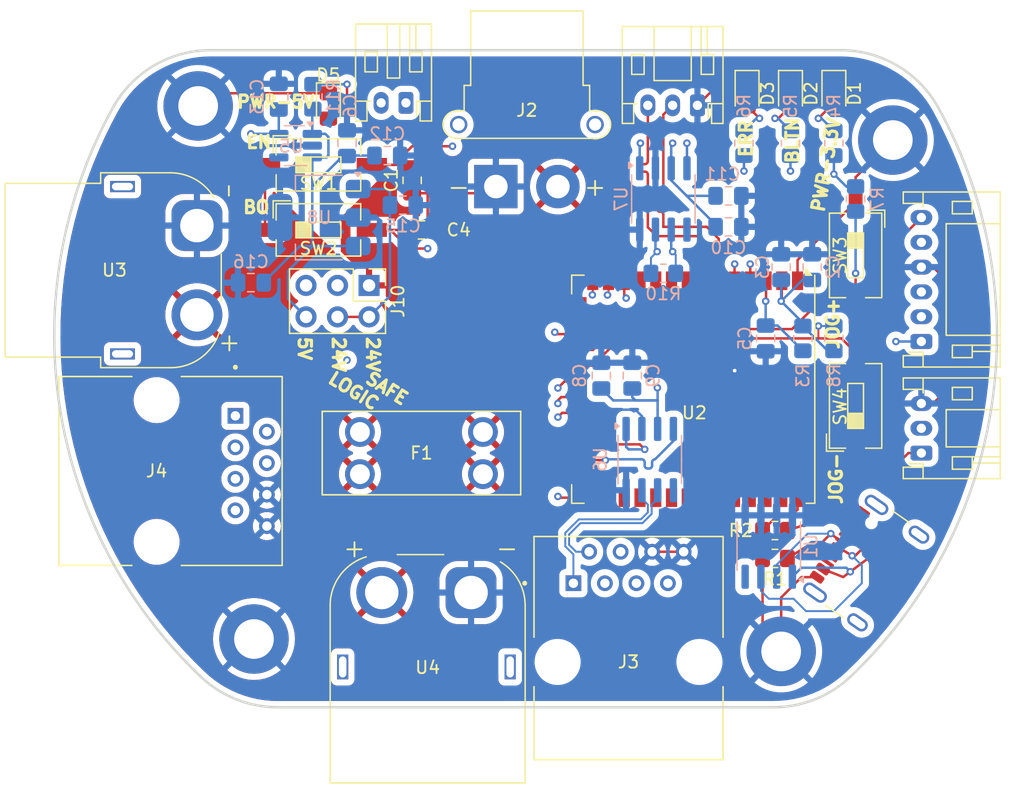
<source format=kicad_pcb>
(kicad_pcb (version 20240108) (generator "pcbnew") (generator_version "8.0")
  (layers (0 "F.Cu" signal) (1 "In1.Cu" signal) (2 "In2.Cu" signal) (31 "B.Cu" signal) (34 "B.Paste" user) (35 "F.Paste" user) (36 "B.SilkS" user "B.Silkscreen") (37 "F.SilkS" user "F.Silkscreen") (38 "B.Mask" user) (39 "F.Mask" user) (44 "Edge.Cuts" user))
  (net 0 "")
  (net 1 "GND")
  (net 2 "EN_PB")
  (net 3 "+3.3V")
  (net 4 "GPIO_0")
  (net 5 "Jog+")
  (net 6 "Jog-")
  (net 7 "Net-(D1-A)")
  (net 8 "Net-(D2-A)")
  (net 9 "Net-(D3-A)")
  (net 10 "+24V")
  (net 11 "+24V_safe")
  (net 13 "USB_P")
  (net 14 "+5V")
  (net 15 "Net-(J1-CC2)")
  (net 17 "USB_N")
  (net 18 "Net-(J1-CC1)")
  (net 22 "+24V_Logic")
  (net 25 "TX_M")
  (net 26 "RX_M")
  (net 27 "LED_BUILTIN")
  (net 28 "LED_ERR")
  (net 35 "RXC")
  (net 38 "Net-(J10-Pin_2)")
  (net 39 "+5V_USB")
  (net 42 "TXC")
  (net 45 "Enco_Pot")
  (net 48 "RXC_M")
  (net 49 "CUI_MOSI")
  (net 54 "TXC_M")
  (net 58 "CUI_MISO")
  (net 59 "CUI_CS")
  (net 60 "CUI_SCLK")
  (net 61 "Net-(D5-A)")
  (net 66 "CAN-")
  (net 67 "CAN+")
  (net 68 "CAN_M-")
  (net 69 "CAN_M+")
  (footprint "LED_SMD:LED_0805_2012Metric_Pad1.15x1.40mm_HandSolder" (layer "F.Cu") (at 91.75 65 -90)
    (property "Reference" "D2")
    (property "Value" "B")
  )
  (footprint "Connector_JST:JST_PH_S6B-PH-K_1x06_P2.00mm_Horizontal" (layer "F.Cu") (at 102.3 85 90)
    (property "Reference" "J9" (hide yes))
    (property "Value" "Conn_01x06")
  )
  (footprint "MountingHole:MountingHole_3.2mm_M3_DIN965_Pad_TopBottom" (layer "F.Cu") (at 91 110)
    (property "Reference" "H4" (hide yes))
    (property "Value" "MountingHole_Pad")
  )
  (footprint "Resistor_SMD:R_0805_2012Metric_Pad1.20x1.40mm_HandSolder" (layer "F.Cu") (at 90.5 100.25 180)
    (property "Reference" "R2")
    (property "Value" "5.1k")
  )
  (footprint "Button_Switch_SMD:SW_DIP_SPSTx01_Slide_6.7x4.1mm_W8.61mm_P2.54mm_LowProfile" (layer "F.Cu") (at 53.695 76)
    (property "Reference" "SW2")
    (property "Value" "TS09-63-25-WT-160-SMT-TR")
  )
  (footprint "Connector_PinHeader_2.54mm:PinHeader_2x03_P2.54mm_Vertical" (layer "F.Cu") (at 57.775 80.475 -90)
    (property "Reference" "J10")
    (property "Value" "Jumper PWR")
  )
  (footprint "LED_SMD:LED_0805_2012Metric_Pad1.15x1.40mm_HandSolder" (layer "F.Cu") (at 54.5 66 -90)
    (property "Reference" "D5")
    (property "Value" "B")
  )
  (footprint "RoverFootprint:AMASS_XT60PW-F_1x02_P7.20mm_Horizontal" (layer "F.Cu") (at 43.9 75.65 90)
    (property "Reference" "U3")
    (property "Value" "XT60PM-F")
  )
  (footprint "Button_Switch_SMD:SW_DIP_SPSTx01_Slide_6.7x4.1mm_W8.61mm_P2.54mm_LowProfile" (layer "F.Cu") (at 97 78.055 -90)
    (property "Reference" "SW3")
    (property "Value" "TS09-63-25-WT-160-SMT-TR")
  )
  (footprint "MountingHole:MountingHole_3.2mm_M3_DIN965_Pad_TopBottom" (layer "F.Cu") (at 48.5 109)
    (property "Reference" "H2" (hide yes))
    (property "Value" "MountingHole_Pad")
  )
  (footprint "Connector_JST:JST_PH_S2B-PH-K_1x02_P2.00mm_Horizontal" (layer "F.Cu") (at 60.75 65.75 180)
    (property "Reference" "J6" (hide yes))
    (property "Value" "Conn_01x02")
  )
  (footprint "RoverFootprint:AMASS_XT60PW-M_1x02_P7.20mm_Horizontal" (layer "F.Cu") (at 66 105.25 180)
    (property "Reference" "U4")
    (property "Value" "XT60PW-M")
  )
  (footprint "RF_Module:ESP32-S3-WROOM-1U" (layer "F.Cu") (at 83.91 88.85 -90)
    (property "Reference" "U2")
    (property "Value" "ESP32-S3-WROVER")
  )
  (footprint "Button_Switch_SMD:SW_DIP_SPSTx01_Slide_6.7x4.1mm_W8.61mm_P2.54mm_LowProfile" (layer "F.Cu") (at 97 90.195 90)
    (property "Reference" "SW4")
    (property "Value" "TS09-63-25-WT-160-SMT-TR")
  )
  (footprint "Button_Switch_SMD:SW_DIP_SPSTx01_Slide_6.7x4.1mm_W8.61mm_P2.54mm_LowProfile" (layer "F.Cu") (at 53.695 70.75)
    (property "Reference" "SW1")
    (property "Value" "TS09-63-25-WT-160-SMT-TR")
  )
  (footprint "RoverFootprint:FUSE_3568-20" (layer "F.Cu") (at 62 94 180)
    (property "Reference" "F1")
    (property "Value" "FuseHolder")
  )
  (footprint "LED_SMD:LED_0805_2012Metric_Pad1.15x1.40mm_HandSolder" (layer "F.Cu") (at 95.25 65 -90)
    (property "Reference" "D1")
    (property "Value" "G")
  )
  (footprint "RoverFootprint:Ethernet_Horizontal" (layer "F.Cu") (at 40.650001 95.445 -90)
    (property "Reference" "J4")
    (property "Value" "Eth-Horiz")
  )
  (footprint "Connector_USB:USB_C_Receptacle_GCT_USB4105-xx-A_16P_TopMnt_Horizontal" (layer "F.Cu") (at 98.75 103.5 55)
    (property "Reference" "J1" (hide yes))
    (property "Value" "USB_C_USB4105-GF-A")
  )
  (footprint "Connector_JST:JST_PH_S3B-PH-K_1x03_P2.00mm_Horizontal" (layer "F.Cu") (at 102.3 94 90)
    (property "Reference" "J8" (hide yes))
    (property "Value" "Conn_01x03")
  )
  (footprint "MountingHole:MountingHole_3.2mm_M3_DIN965_Pad_TopBottom" (layer "F.Cu") (at 44 66)
    (property "Reference" "H3" (hide yes))
    (property "Value" "MountingHole_Pad")
  )
  (footprint "RoverFootprint:AMASS_XT30PW-F_1x02_P2.50mm_Horizontal" (layer "F.Cu") (at 68 72.5)
    (property "Reference" "J2")
    (property "Value" "XT30PW-F")
  )
  (footprint "Connector_JST:JST_PH_S3B-PH-K_1x03_P2.00mm_Horizontal" (layer "F.Cu") (at 84.25 65.95 180)
    (property "Reference" "J5" (hide yes))
    (property "Value" "Conn_01x03")
  )
  (footprint "LED_SMD:LED_0805_2012Metric_Pad1.15x1.40mm_HandSolder" (layer "F.Cu") (at 88.25 65 -90)
    (property "Reference" "D3")
    (property "Value" "B")
  )
  (footprint "RoverFootprint:Ethernet_Horizontal" (layer "F.Cu") (at 78.695 110.85)
    (property "Reference" "J3")
    (property "Value" "Eth-Horiz")
  )
  (footprint "Resistor_SMD:R_0805_2012Metric_Pad1.20x1.40mm_HandSolder" (layer "F.Cu") (at 90.5 102.5 180)
    (property "Reference" "R1")
    (property "Value" "5.1k")
  )
  (footprint "MountingHole:MountingHole_3.2mm_M3_DIN965_Pad_TopBottom" (layer "F.Cu") (at 100 68.75)
    (property "Reference" "H1" (hide yes))
    (property "Value" "MountingHole_Pad")
  )
  (footprint "Capacitor_SMD:C_0805_2012Metric_Pad1.18x1.45mm_HandSolder" (layer "F.Cu") (at 61.25 72 90)
    (property "Reference" "C1")
    (property "Value" "100nF")
  )
  (footprint "Capacitor_SMD:C_0805_2012Metric_Pad1.18x1.45mm_HandSolder" (layer "F.Cu") (at 62 76 180)
    (property "Reference" "C4")
    (property "Value" "100nF")
  )
  (footprint "Resistor_SMD:R_0805_2012Metric_Pad1.20x1.40mm_HandSolder" (layer "B.Cu") (at 92.75 84.75 -90)
    (property "Reference" "R3")
    (property "Value" "10k")
  )
  (footprint "Capacitor_SMD:C_0805_2012Metric_Pad1.18x1.45mm_HandSolder" (layer "B.Cu") (at 60.5 74)
    (property "Reference" "C15")
    (property "Value" "220nF")
  )
  (footprint "Capacitor_SMD:C_0805_2012Metric_Pad1.18x1.45mm_HandSolder" (layer "B.Cu") (at 93.5 79 90)
    (property "Reference" "C2")
    (property "Value" "22uF")
  )
  (footprint "Capacitor_SMD:C_0805_2012Metric_Pad1.18x1.45mm_HandSolder" (layer "B.Cu") (at 91 79 90)
    (property "Reference" "C3")
    (property "Value" "100nF")
  )
  (footprint "Capacitor_SMD:C_0805_2012Metric_Pad1.18x1.45mm_HandSolder" (layer "B.Cu") (at 50.5 65.25 90)
    (property "Reference" "C13")
    (property "Value" "10uF")
  )
  (footprint "Resistor_SMD:R_0805_2012Metric_Pad1.20x1.40mm_HandSolder" (layer "B.Cu") (at 95.25 69 90)
    (property "Reference" "R4")
    (property "Value" "1k")
  )
  (footprint "Capacitor_SMD:C_0805_2012Metric_Pad1.18x1.45mm_HandSolder" (layer "B.Cu") (at 48.25 80.25 180)
    (property "Reference" "C16")
    (property "Value" "100nF")
  )
  (footprint "Capacitor_SMD:C_0805_2012Metric_Pad1.18x1.45mm_HandSolder" (layer "B.Cu") (at 79 87.75 90)
    (property "Reference" "C9")
    (property "Value" "100nF")
  )
  (footprint "Resistor_SMD:R_0805_2012Metric_Pad1.20x1.40mm_HandSolder" (layer "B.Cu") (at 81.5 79.5)
    (property "Reference" "R10")
    (property "Value" "121")
  )
  (footprint "Resistor_SMD:R_0805_2012Metric_Pad1.20x1.40mm_HandSolder" (layer "B.Cu") (at 95.25 84.75 90)
    (property "Reference" "R8")
    (property "Value" "10k")
  )
  (footprint "Capacitor_SMD:C_0805_2012Metric_Pad1.18x1.45mm_HandSolder" (layer "B.Cu") (at 59.25 70)
    (property "Reference" "C12")
    (property "Value" "10uF")
  )
  (footprint "Package_TO_SOT_SMD:SOT-223-3_TabPin2" (layer "B.Cu") (at 53.75 75 180)
    (property "Reference" "U8")
    (property "Value" "LDO-LM7805MPX/NOPB")
  )
  (footprint "Resistor_SMD:R_0805_2012Metric_Pad1.20x1.40mm_HandSolder" (layer "B.Cu") (at 88 69 90)
    (property "Reference" "R6")
    (property "Value" "1K")
  )
  (footprint "Package_SO:SOIC-8_3.9x4.9mm_P1.27mm" (layer "B.Cu") (at 80.405 94.525 -90)
    (property "Reference" "U6")
    (property "Value" "SN65HVD232")
  )
  (footprint "Package_SO:SOIC-8_3.9x4.9mm_P1.27mm" (layer "B.Cu") (at 90 101.5 90)
    (property "Reference" "U1")
    (property "Value" "TVS-SMDB03CE3")
  )
  (footprint "Package_TO_SOT_SMD:SOT-23-5_HandSoldering" (layer "B.Cu") (at 51.85 69.2 180)
    (property "Reference" "U5")
    (property "Value" "LDO-TLV74033PDBVR")
  )
  (footprint "Capacitor_SMD:C_0805_2012Metric_Pad1.18x1.45mm_HandSolder" (layer "B.Cu") (at 56 69 90)
    (property "Reference" "C6")
    (property "Value" "100nF")
  )
  (footprint "Resistor_SMD:R_0805_2012Metric_Pad1.20x1.40mm_HandSolder" (layer "B.Cu") (at 97 73.5 -90)
    (property "Reference" "R7")
    (property "Value" "10k")
  )
  (footprint "Capacitor_SMD:C_0805_2012Metric_Pad1.18x1.45mm_HandSolder" (layer "B.Cu") (at 86.75 73.25)
    (property "Reference" "C11")
    (property "Value" "100nF")
  )
  (footprint "Capacitor_SMD:C_0805_2012Metric_Pad1.18x1.45mm_HandSolder" (layer "B.Cu") (at 86.75 75.75)
    (property "Reference" "C10")
    (property "Value" "10uF")
  )
  (footprint "Capacitor_SMD:C_0805_2012Metric_Pad1.18x1.45mm_HandSolder" (layer "B.Cu") (at 76.5 87.75 90)
    (property "Reference" "C8")
    (property "Value" "10uF")
  )
  (footprint "Resistor_SMD:R_0805_2012Metric_Pad1.20x1.40mm_HandSolder" (layer "B.Cu") (at 91.75 69 90)
    (property "Reference" "R5")
    (property "Value" "1k")
  )
  (footprint "Resistor_SMD:R_0805_2012Metric_Pad1.20x1.40mm_HandSolder" (layer "B.Cu") (at 53.25 65.25 90)
    (property "Reference" "R11")
    (property "Value" "1k")
  )
  (footprint "Package_SO:SOIC-8_3.9x4.9mm_P1.27mm" (layer "B.Cu") (at 81.5 73.5 -90)
    (property "Reference" "U7")
    (property "Value" "SN65HVD232")
  )
  (footprint "Capacitor_SMD:C_0805_2012Metric_Pad1.18x1.45mm_HandSolder" (layer "B.Cu") (at 89.75 84.75 -90)
    (property "Reference" "C5")
    (property "Value" "1uF")
  )
  (gr_line (start 45 61.5) (end 95.79372 61.5) (stroke (width 0.2)) (layer "Edge.Cuts"))
  (gr_arc (start 95.79372 61.5) (mid 100.370632 62.750701) (end 103.675483 66.155172) (stroke (width 0.2)) (layer "Edge.Cuts"))
  (gr_arc (start 44.189955 112.017241) (mid 32.840702 90.290997) (end 37.11822 66.155172) (stroke (width 0.2)) (layer "Edge.Cuts"))
  (gr_arc (start 96.603748 112.017241) (mid 93.739369 113.8563) (end 90.396851 114.5) (stroke (width 0.2)) (layer "Edge.Cuts"))
  (gr_line (start 50.39685 114.5) (end 90.396851 114.5) (stroke (width 0.2)) (layer "Edge.Cuts"))
  (gr_arc (start 103.675483 66.155172) (mid 107.953001 90.290997) (end 96.603748 112.017241) (stroke (width 0.2)) (layer "Edge.Cuts"))
  (gr_arc (start 50.39685 114.5) (mid 47.054335 113.85629) (end 44.189955 112.017241) (stroke (width 0.2)) (layer "Edge.Cuts"))
  (gr_arc (start 37.11822 66.155172) (mid 40.423072 62.750696) (end 45 61.5) (stroke (width 0.2)) (layer "Edge.Cuts"))
  (gr_text "24V" (at 54.75 84.5 270) (layer "F.SilkS") (effects (font (size 1 1) (thickness 0.25) (bold yes)) (justify left bottom)))
  (gr_text "BLTN" (at 92.5 70.75 90) (layer "F.SilkS") (effects (font (size 1 1) (thickness 0.25) (bold yes)) (justify left bottom)))
  (gr_text "ERR" (at 88.75 70.25 90) (layer "F.SilkS") (effects (font (size 1 1) (thickness 0.25) (bold yes)) (justify left bottom)))
  (gr_text "PWR-5V" (at 47 66.25 0) (layer "F.SilkS") (effects (font (size 1 1) (thickness 0.25) (bold yes)) (justify left bottom)))
  (gr_text "BO" (at 47.5 74.75 0) (layer "F.SilkS") (effects (font (size 1 1) (thickness 0.25) (bold yes)) (justify left bottom)))
  (gr_text "JOG-" (at 96 98.25 90) (layer "F.SilkS") (effects (font (size 1 1) (thickness 0.25) (bold yes)) (justify left bottom)))
  (gr_text "SAFE" (at 57.25 88.25 328) (layer "F.SilkS") (effects (font (size 1 1) (thickness 0.25) (bold yes)) (justify left bottom)))
  (gr_text "JOG+" (at 95.75 85.75 90) (layer "F.SilkS") (effects (font (size 1 1) (thickness 0.25) (bold yes)) (justify left bottom)))
  (gr_text "EN" (at 47.75 69.5 0) (layer "F.SilkS") (effects (font (size 1 1) (thickness 0.25) (bold yes)) (justify left bottom)))
  (gr_text "5V" (at 52 84.5 -90) (layer "F.SilkS") (effects (font (size 1 1) (thickness 0.25) (bold yes)) (justify left bottom)))
  (gr_text "24V" (at 57.5 84.5 270) (layer "F.SilkS") (effects (font (size 1 1) (thickness 0.25) (bold yes)) (justify left bottom)))
  (gr_text "LOGIC" (at 54.25 88.25 328) (layer "F.SilkS") (effects (font (size 1 1) (thickness 0.25) (bold yes)) (justify left bottom)))
  (gr_text "PWR-3.3V" (at 94.5 74.75 80) (layer "F.SilkS") (effects (font (size 1 1) (thickness 0.25) (bold yes)) (justify left bottom)))
  (segment (start 92.634113 104.010525) (end 91 105.644638) (width 0.2) (layer "F.Cu") (net 1))
  (segment (start 48.75 70.75) (end 44 66) (width 0.2) (layer "F.Cu") (net 1))
  (segment (start 61.25 73.0375) (end 62.5 73.0375) (width 0.2) (layer "F.Cu") (net 1))
  (segment (start 104 79.75) (end 104 89.25) (width 0.2) (layer "F.Cu") (net 1))
  (segment (start 92.32 98.55) (end 91.87 99) (width 0.2) (layer "F.Cu") (net 1))
  (segment (start 103.25 90) (end 102.3 90) (width 0.2) (layer "F.Cu") (net 1))
  (segment (start 91 105.644638) (end 91 110) (width 0.2) (layer "F.Cu") (net 1))
  (segment (start 87.25 87.35) (end 84.6 87.35) (width 0.2) (layer "F.Cu") (net 1))
  (segment (start 62.5 75.4625) (end 63.0375 76) (width 0.2) (layer "F.Cu") (net 1))
  (segment (start 102.3 90) (end 99.75 90) (width 0.2) (layer "F.Cu") (net 1))
  (segment (start 49.837545 107.662455) (end 48.5 109) (width 0.2) (layer "F.Cu") (net 1))
  (segment (start 89.5 102.5) (end 89.5 108.5) (width 0.2) (layer "F.Cu") (net 1))
  (segment (start 80.6 101.96) (end 83.14 101.96) (width 0.2) (layer "F.Cu") (net 1))
  (segment (start 90.75 99) (end 89.5 100.25) (width 0.2) (layer "F.Cu") (net 1))
  (segment (start 83.14 101.96) (end 91 109.82) (width 0.2) (layer "F.Cu") (net 1))
  (segment (start 91 109.82) (end 91 110) (width 0.2) (layer "F.Cu") (net 1))
  (segment (start 93.900075 104.010525) (end 92.634113 104.010525) (width 0.2) (layer "F.Cu") (net 1))
  (segment (start 67.4625 73.0375) (end 68 72.5) (width 0.2) (layer "F.Cu") (net 1))
  (segment (start 88.25 63.975) (end 86.225 63.975) (width 0.2) (layer "F.Cu") (net 1))
  (segment (start 92.32 78.43) (end 92.32 80.1) (width 0.2) (layer "F.Cu") (net 1))
  (segment (start 91.75 63.975) (end 95.25 63.975) (width 0.2) (layer "F.Cu") (net 1))
  (segment (start 95.25 63.975) (end 95.25 64) (width 0.2) (layer "F.Cu") (net 1))
  (segment (start 61.25 73.0375) (end 67.4625 73.0375) (width 0.2) (layer "F.Cu") (net 1))
  (segment (start 92.32 97.6) (end 96.6 97.6) (width 0.2) (layer "F.Cu") (net 1))
  (segment (start 92.32 97.6) (end 92.32 98.55) (width 0.2) (layer "F.Cu") (net 1))
  (segment (start 102 68.75) (end 100 68.75) (width 0.2) (layer "F.Cu") (net 1))
  (segment (start 104 89.25) (end 103.25 90) (width 0.2) (layer "F.Cu") (net 1))
  (segment (start 97 73.75) (end 92.32 78.43) (width 0.2) (layer "F.Cu") (net 1))
  (segment (start 96.75 97.75) (end 96.75 97.946987) (width 0.2) (layer "F.Cu") (net 1))
  (segment (start 49.39 76) (end 49.39 70.75) (width 0.2) (layer "F.Cu") (net 1))
  (segment (start 96.75 97.946987) (end 97.570965 98.767952) (width 0.2) (layer "F.Cu") (net 1))
  (segment (start 91.87 99) (end 90.75 99) (width 0.2) (layer "F.Cu") (net 1))
  (segment (start 102.3 79) (end 103.25 79) (width 0.2) (layer "F.Cu") (net 1))
  (segment (start 89.5 108.5) (end 91 110) (width 0.2) (layer "F.Cu") (net 1))
  (segment (start 86.225 63.975) (end 84.25 65.95) (width 0.2) (layer "F.Cu") (net 1))
  (segment (start 97 73.75) (end 97 71.75) (width 0.2) (layer "F.Cu") (net 1))
  (segment (start 97 92.75) (end 97 94.5) (width 0.2) (layer "F.Cu") (net 1))
  (segment (start 96.6 97.6) (end 96.75 97.75) (width 0.2) (layer "F.Cu") (net 1))
  (segment (start 99.75 90) (end 97 92.75) (width 0.2) (layer "F.Cu") (net 1))
  (segment (start 88.25 63.975) (end 91.75 63.975) (width 0.2) (layer "F.Cu") (net 1))
  (segment (start 97 71.75) (end 100 68.75) (width 0.2) (layer "F.Cu") (net 1))
  (segment (start 103.25 79) (end 104 79.75) (width 0.2) (layer "F.Cu") (net 1))
  (segment (start 49.39 70.75) (end 48.75 70.75) (width 0.2) (layer "F.Cu") (net 1))
  (segment (start 45.025 64.975) (end 44 66) (width 0.2) (layer "F.Cu") (net 1))
  (segment (start 89.5 100.25) (end 89.5 102.5) (width 0.2) (layer "F.Cu") (net 1))
  (segment (start 95.25 64) (end 100 68.75) (width 0.2) (layer "F.Cu") (net 1))
  (segment (start 62.5 73.0375) (end 62.5 75.4625) (width 0.2) (layer "F.Cu") (net 1))
  (segment (start 54.5 64.975) (end 45.025 64.975) (width 0.2) (layer "F.Cu") (net 1))
  (via (at 87.25 87.35) (size 0.6) (drill 0.3) (layers "F.Cu" "B.Cu") (net 1))
  (segment (start 75.25 90) (end 75.25 87.25) (width 0.2) (layer "B.Cu") (net 1))
  (segment (start 47.2 69.2) (end 44 66) (width 0.2) (layer "B.Cu") (net 1))
  (segment (start 75.75 90.5) (end 75.25 90) (width 0.2) (layer "B.Cu") (net 1))
  (segment (start 67.72 72.22) (end 68 72.5) (width 0.2) (layer "B.Cu") (net 1))
  (segment (start 79.77 92.05) (end 79.77 91.02) (width 0.2) (layer "B.Cu") (net 1))
  (segment (start 79.25 90.5) (end 75.75 90.5) (width 0.2) (layer "B.Cu") (net 1))
  (segment (start 53.2 69.2) (end 47.2 69.2) (width 0.2) (layer "B.Cu") (net 1))
  (segment (start 44 66) (end 44 66.5375) (width 0.2) (layer "B.Cu") (net 1))
  (segment (start 75.7875 86.7125) (end 76.5 86.7125) (width 0.2) (layer "B.Cu") (net 1))
  (segment (start 75.25 87.25) (end 75.7875 86.7125) (width 0.2) (layer "B.Cu") (net 1))
  (segment (start 79.77 91.02) (end 79.25 90.5) (width 0.2) (layer "B.Cu") (net 1))
  (segment (start 89.78 80.1) (end 89.78 81.72) (width 0.2) (layer "F.Cu") (net 2))
  (segment (start 61.0375 70.75) (end 61.25 70.9625) (width 0.2) (layer "F.Cu") (net 2))
  (segment (start 61.25 69.25) (end 59.75 70.75) (width 0.2) (layer "F.Cu") (net 2))
  (segment (start 59.75 70.75) (end 61.0375 70.75) (width 0.2) (layer "F.Cu") (net 2))
  (segment (start 89.78 81.72) (end 89.75 81.75) (width 0.2) (layer "F.Cu") (net 2))
  (segment (start 64.5 69.25) (end 61.25 69.25) (width 0.2) (layer "F.Cu") (net 2))
  (segment (start 58 70.75) (end 59.75 70.75) (width 0.2) (layer "F.Cu") (net 2))
  (via (at 64.5 69.25) (size 0.6) (drill 0.3) (layers "F.Cu" "B.Cu") (net 2))
  (via (at 89.75 81.75) (size 0.6) (drill 0.3) (layers "F.Cu" "B.Cu") (net 2))
  (segment (start 90.7125 83.7125) (end 92.75 85.75) (width 0.2) (layer "B.Cu") (net 2))
  (segment (start 89.75 83.7125) (end 90.7125 83.7125) (width 0.2) (layer "B.Cu") (net 2))
  (segment (start 89.75 83.7125) (end 89.75 81.75) (width 0.2) (layer "B.Cu") (net 2))
  (segment (start 91.05 81.7) (end 91 81.75) (width 0.2) (layer "F.Cu") (net 3))
  (segment (start 91.05 80.1) (end 91.05 81.7) (width 0.2) (layer "F.Cu") (net 3))
  (via (at 81.017613 88.732387) (size 0.6) (drill 0.3) (layers "F.Cu" "B.Cu") (net 3))
  (via (at 48.25 68.25) (size 0.6) (drill 0.3) (layers "F.Cu" "B.Cu") (net 3))
  (via (at 82.25 69) (size 0.6) (drill 0.3) (layers "F.Cu" "B.Cu") (net 3))
  (via (at 95.25 71.5) (size 0.6) (drill 0.3) (layers "F.Cu" "B.Cu") (net 3))
  (via (at 91 81.75) (size 0.6) (drill 0.3) (layers "F.Cu" "B.Cu") (net 3))
  (segment (start 92.75 83.5) (end 91 81.75) (width 0.2) (layer "B.Cu") (net 3))
  (segment (start 81.04 90.5) (end 81.04 92.05) (width 0.2) (layer "B.Cu") (net 3))
  (segment (start 77.4625 89.75) (end 81.04 89.75) (width 0.2) (layer "B.Cu") (net 3))
  (segment (start 79 89.5) (end 79.25 89.75) (width 0.2) (layer "B.Cu") (net 3))
  (segment (start 81.04 89.75) (end 81.04 90.5) (width 0.2) (layer "B.Cu") (net 3))
  (segment (start 50.5 68.25) (end 50.5 66.2875) (width 0.2) (layer "B.Cu") (net 3))
  (segment (start 94.75 85.75) (end 95.25 85.75) (width 0.2) (layer "B.Cu") (net 3))
  (segment (start 85.7125 75.577499) (end 83.385001 73.25) (width 0.2) (layer "B.Cu") (net 3))
  (segment (start 92.75 83.75) (end 92.75 83.5) (width 0.2) (layer "B.Cu") (net 3))
  (segment (start 96.25 72.5) (end 95.25 71.5) (width 0.2) (layer "B.Cu") (net 3))
  (segment (start 92.7125 80.0375) (end 91 81.75) (width 0.2) (layer "B.Cu") (net 3))
  (segment (start 50.5 68.25) (end 48.25 68.25) (width 0.2) (layer "B.Cu") (net 3))
  (segment (start 82.135 71.999999) (end 82.135 71.025) (width 0.2) (layer "B.Cu") (net 3))
  (segment (start 76.5 88.7875) (end 77.4625 89.75) (width 0.2) (layer "B.Cu") (net 3))
  (segment (start 79.25 89.75) (end 81.04 89.75) (width 0.2) (layer "B.Cu") (net 3))
  (segment (start 92.75 83.75) (end 94.75 85.75) (width 0.2) (layer "B.Cu") (net 3))
  (segment (start 93.5 80.0375) (end 92.7125 80.0375) (width 0.2) (layer "B.Cu") (net 3))
  (segment (start 97 72.5) (end 96.25 72.5) (width 0.2) (layer "B.Cu") (net 3))
  (segment (start 91 80.0375) (end 91 81.75) (width 0.2) (layer "B.Cu") (net 3))
  (segment (start 82.135 71.025) (end 82.135 69.115) (width 0.2) (layer "B.Cu") (net 3))
  (segment (start 79 88.7875) (end 79 89.5) (width 0.2) (layer "B.Cu") (net 3))
  (segment (start 81.017613 88.732387) (end 81.04 88.754774) (width 0.2) (layer "B.Cu") (net 3))
  (segment (start 95.25 70) (end 95.25 71.5) (width 0.2) (layer "B.Cu") (net 3))
  (segment (start 85.7125 75.75) (end 85.7125 75.577499) (width 0.2) (layer "B.Cu") (net 3))
  (segment (start 85.7125 73.25) (end 83.385001 73.25) (width 0.2) (layer "B.Cu") (net 3))
  (segment (start 81.04 88.754774) (end 81.04 89.75) (width 0.2) (layer "B.Cu") (net 3))
  (segment (start 83.385001 73.25) (end 82.135 71.999999) (width 0.2) (layer "B.Cu") (net 3))
  (segment (start 82.135 69.115) (end 82.25 69) (width 0.2) (layer "B.Cu") (net 3))
  (segment (start 59.5 76) (end 58 76) (width 0.2) (layer "F.Cu") (net 4))
  (segment (start 62.5 77.5) (end 61 77.5) (width 0.2) (layer "F.Cu") (net 4))
  (segment (start 73.1 97.6) (end 73 97.5) (width 0.2) (layer "F.Cu") (net 4))
  (segment (start 75.81 97.6) (end 73.1 97.6) (width 0.2) (layer "F.Cu") (net 4))
  (segment (start 60.9625 76) (end 59.5 76) (width 0.2) (layer "F.Cu") (net 4))
  (segment (start 61 77.5) (end 59.5 76) (width 0.2) (layer "F.Cu") (net 4))
  (via (at 62.5 77.5) (size 0.6) (drill 0.3) (layers "F.Cu" "B.Cu") (net 4))
  (via (at 73 97.5) (size 0.6) (drill 0.3) (layers "F.Cu" "B.Cu") (net 4))
  (segment (start 93.515 82.36) (end 91.875 84) (width 0.2) (layer "F.Cu") (net 5))
  (segment (start 97 82.36) (end 93.515 82.36) (width 0.2) (layer "F.Cu") (net 5))
  (segment (start 91.875 84) (end 77.5 84) (width 0.2) (layer "F.Cu") (net 5))
  (segment (start 75.825 85.675) (end 74.56 85.675) (width 0.2) (layer "F.Cu") (net 5))
  (segment (start 77.5 84) (end 75.825 85.675) (width 0.2) (layer "F.Cu") (net 5))
  (segment (start 97 79.5) (end 97 82.36) (width 0.2) (layer "F.Cu") (net 5))
  (via (at 97 79.5) (size 0.6) (drill 0.3) (layers "F.Cu" "B.Cu") (net 5))
  (segment (start 97 79.5) (end 97 74.5) (width 0.2) (layer "B.Cu") (net 5))
  (segment (start 94 83.75) (end 94 84.75) (width 0.155814) (layer "F.Cu") (net 6))
  (segment (start 95.86 84.75) (end 97 85.89) (width 0.2) (layer "F.Cu") (net 6))
  (segment (start 78 84.75) (end 94 84.75) (width 0.2) (layer "F.Cu") (net 6))
  (segment (start 78 84.75) (end 75.805 86.945) (width 0.2) (layer "F.Cu") (net 6))
  (segment (start 94 84.75) (end 95.86 84.75) (width 0.2) (layer "F.Cu") (net 6))
  (segment (start 75.805 86.945) (end 74.56 86.945) (width 0.2) (layer "F.Cu") (net 6))
  (via (at 94 83.75) (size 0.6) (drill 0.3) (layers "F.Cu" "B.Cu") (net 6))
  (segment (start 94 83.75) (end 95.25 83.75) (width 0.155814) (layer "B.Cu") (net 6))
  (segment (start 94.975 66.025) (end 94 67) (width 0.2) (layer "F.Cu") (net 7))
  (segment (start 95.25 66.025) (end 94.975 66.025) (width 0.2) (layer "F.Cu") (net 7))
  (via (at 94 67) (size 0.6) (drill 0.3) (layers "F.Cu" "B.Cu") (net 7))
  (segment (start 94 67) (end 94.25 67) (width 0.2) (layer "B.Cu") (net 7))
  (segment (start 94.25 67) (end 95.25 68) (width 0.2) (layer "B.Cu") (net 7))
  (segment (start 90.5 67) (end 90.775 67) (width 0.2) (layer "F.Cu") (net 8))
  (segment (start 90.775 67) (end 91.75 66.025) (width 0.2) (layer "F.Cu") (net 8))
  (via (at 90.5 67) (size 0.6) (drill 0.3) (layers "F.Cu" "B.Cu") (net 8))
  (segment (start 90.5 67) (end 90.75 67) (width 0.2) (layer "B.Cu") (net 8))
  (segment (start 90.75 67) (end 91.75 68) (width 0.2) (layer "B.Cu") (net 8))
  (segment (start 88.275 66.025) (end 88.25 66.025) (width 0.2) (layer "F.Cu") (net 9))
  (segment (start 89.25 67) (end 88.275 66.025) (width 0.2) (layer "F.Cu") (net 9))
  (via (at 89.25 67) (size 0.6) (drill 0.3) (layers "F.Cu" "B.Cu") (net 9))
  (segment (start 89 67) (end 88 68) (width 0.2) (layer "B.Cu") (net 9))
  (segment (start 89.25 67) (end 89 67) (width 0.2) (layer "B.Cu") (net 9))
  (segment (start 45.59 82.35) (end 44 82.35) (width 0.2) (layer "F.Cu") (net 10))
  (segment (start 72 72.5) (end 73 72.5) (width 0.2) (layer "F.Cu") (net 11))
  (segment (start 97.125 102.125) (end 96.875 102.375) (width 0.2) (layer "F.Cu") (net 13))
  (segment (start 96.875 102.375) (end 96.719602 102.280398) (width 0.2) (layer "F.Cu") (net 13))
  (segment (start 96.165704 100.774873) (end 97.5 101.75) (width 0.2) (layer "F.Cu") (net 13))
  (segment (start 97.5 101.75) (end 97.125 102.125) (width 0.2) (layer "F.Cu") (net 13))
  (segment (start 96.719602 102.280398) (end 95.592126 101.594027) (width 0.2) (layer "F.Cu") (net 13))
  (segment (start 75.81 80.1) (end 75.81 81.207604) (width 0.155814) (layer "F.Cu") (net 13))
  (segment (start 75.81 81.207604) (end 75.778166 81.239438) (width 0.155814) (layer "F.Cu") (net 13))
  (via (at 75.778166 81.239438) (size 0.6) (drill 0.3) (layers "F.Cu" "B.Cu") (net 13))
  (via (at 96.719602 102.280398) (size 0.6) (drill 0.3) (layers "F.Cu" "B.Cu") (net 13))
  (segment (start 92 105.75) (end 93 106.75) (width 0.155814) (layer "B.Cu") (net 13))
  (segment (start 89.365 103.975) (end 89.365 105.115) (width 0.155814) (layer "B.Cu") (net 13))
  (segment (start 90 105.75) (end 92 105.75) (width 0.155814) (layer "B.Cu") (net 13))
  (segment (start 97.5 103.060796) (end 96.719602 102.280398) (width 0.155814) (layer "B.Cu") (net 13))
  (segment (start 93 106.75) (end 95.25 106.75) (width 0.155814) (layer "B.Cu") (net 13))
  (segment (start 97.5 104.5) (end 97.5 103.060796) (width 0.155814) (layer "B.Cu") (net 13))
  (segment (start 95.25 106.75) (end 97.5 104.5) (width 0.155814) (layer "B.Cu") (net 13))
  (segment (start 89.365 105.115) (end 90 105.75) (width 0.155814) (layer "B.Cu") (net 13))
  (via (at 56 86.5) (size 0.6) (drill 0.3) (layers "F.Cu" "B.Cu") (net 14))
  (via (at 100.25 85) (size 0.6) (drill 0.3) (layers "F.Cu" "B.Cu") (net 14))
  (segment (start 53.2 72.5) (end 53.2 77.25) (width 0.2) (layer "B.Cu") (net 14))
  (segment (start 53.2 77.25) (end 53.25 77.3) (width 0.2) (layer "B.Cu") (net 14))
  (segment (start 56 70.0375) (end 55.6625 70.0375) (width 0.2) (layer "B.Cu") (net 14))
  (segment (start 52.2 77.3) (end 53.25 77.3) (width 0.2) (layer "B.Cu") (net 14))
  (segment (start 53.25 77.3) (end 54.5 77.3) (width 0.2) (layer "B.Cu") (net 14))
  (segment (start 54.5 70) (end 54.5 68.5) (width 0.2) (layer "B.Cu") (net 14))
  (segment (start 49.2875 80.25) (end 49.2875 80.2125) (width 0.2) (layer "B.Cu") (net 14))
  (segment (start 51.25 81.57) (end 51.25 79.3) (width 0.2) (layer "B.Cu") (net 14))
  (segment (start 54.5 77.3) (end 56.9 77.3) (width 0.2) (layer "B.Cu") (net 14))
  (segment (start 53.2 70.15) (end 53.2 72.5) (width 0.2) (layer "B.Cu") (net 14))
  (segment (start 53.2 66.3) (end 53.25 66.25) (width 0.2) (layer "B.Cu") (net 14))
  (segment (start 54.25 68.25) (end 53.2 68.25) (width 0.2) (layer "B.Cu") (net 14))
  (segment (start 54.5 68.5) (end 54.25 68.25) (width 0.2) (layer "B.Cu") (net 14))
  (segment (start 49.2875 80.2125) (end 52.2 77.3) (width 0.2) (layer "B.Cu") (net 14))
  (segment (start 51.25 79.3) (end 53.25 77.3) (width 0.2) (layer "B.Cu") (net 14))
  (segment (start 54.35 70.15) (end 54.5 70) (width 0.2) (layer "B.Cu") (net 14))
  (segment (start 53.2 70.15) (end 54.35 70.15) (width 0.2) (layer "B.Cu") (net 14))
  (segment (start 56.0375 70) (end 56 70.0375) (width 0.2) (layer "B.Cu") (net 14))
  (segment (start 55.6625 70.0375) (end 53.2 72.5) (width 0.2) (layer "B.Cu") (net 14))
  (segment (start 52.695 83.015) (end 51.25 81.57) (width 0.2) (layer "B.Cu") (net 14))
  (segment (start 102.3 85) (end 100.25 85) (width 0.2) (layer "B.Cu") (net 14))
  (segment (start 58.2125 70) (end 56.0375 70) (width 0.2) (layer "B.Cu") (net 14))
  (segment (start 53.2 68.25) (end 53.2 66.3) (width 0.2) (layer "B.Cu") (net 14))
  (segment (start 95.25 99) (end 91.5 100.25) (width 0.2) (layer "F.Cu") (net 15))
  (segment (start 96.739279 99.955721) (end 95.25 99) (width 0.2) (layer "F.Cu") (net 15))
  (segment (start 94.25 101.25) (end 95.305338 102.003603) (width 0.2) (layer "F.Cu") (net 17))
  (segment (start 77.08 80.1) (end 77.08 81.17) (width 0.155814) (layer "F.Cu") (net 17))
  (segment (start 95.878915 101.18445) (end 95 100.5) (width 0.2) (layer "F.Cu") (net 17))
  (segment (start 77.08 81.17) (end 77 81.25) (width 0.155814) (layer "F.Cu") (net 17))
  (segment (start 95 100.5) (end 94.625 100.875) (width 0.2) (layer "F.Cu") (net 17))
  (segment (start 94.625 100.875) (end 94.25 101.25) (width 0.2) (layer "F.Cu") (net 17))
  (via (at 95 100.5) (size 0.6) (drill 0.3) (layers "F.Cu" "B.Cu") (net 17))
  (via (at 77 81.25) (size 0.6) (drill 0.3) (layers "F.Cu" "B.Cu") (net 17))
  (segment (start 90.635 103.975) (end 90.635 103.000001) (width 0.155814) (layer "B.Cu") (net 17))
  (segment (start 90.635 103.000001) (end 93.135001 100.5) (width 0.155814) (layer "B.Cu") (net 17))
  (segment (start 93.135001 100.5) (end 95 100.5) (width 0.155814) (layer "B.Cu") (net 17))
  (segment (start 95.01855 102.413178) (end 93.5 101.25) (width 0.2) (layer "F.Cu") (net 18))
  (segment (start 93.5 101.25) (end 91.5 102.5) (width 0.2) (layer "F.Cu") (net 18))
  (segment (start 79.502162 71.054226) (end 79.502162 70.934226) (width 0.2) (layer "F.Cu") (net 25))
  (segment (start 80.25 70.454226) (end 80.25 70.334226) (width 0.2) (layer "F.Cu") (net 25))
  (segment (start 79.742162 70.694226) (end 80.01 70.694226) (width 0.2) (layer "F.Cu") (net 25))
  (segment (start 84.7 76.95) (end 84.7 80.1) (width 0.2) (layer "F.Cu") (net 25))
  (segment (start 80.25 72.363088) (end 80.25 71.534226) (width 0.2) (layer "F.Cu") (net 25))
  (segment (start 80.01 71.294226) (end 79.742162 71.294226) (width 0.2) (layer "F.Cu") (net 25))
  (segment (start 80.25 72.881127) (end 80.25 75.782843) (width 0.2) (layer "F.Cu") (net 25))
  (segment (start 80.967157 76.5) (end 84.25 76.5) (width 0.2) (layer "F.Cu") (net 25))
  (segment (start 84.25 76.5) (end 84.7 76.95) (width 0.2) (layer "F.Cu") (net 25))
  (segment (start 80.25 70.334226) (end 80.25 68.503697) (width 0.2) (layer "F.Cu") (net 25))
  (segment (start 80.25 68.503697) (end 80.25 65.95) (width 0.2) (layer "F.Cu") (net 25))
  (segment (start 80.25 75.782843) (end 80.967157 76.5) (width 0.2) (layer "F.Cu") (net 25))
  (segment (start 80.25 72.363088) (end 80.25 72.881127) (width 0.2) (layer "F.Cu") (net 25))
  (arc (start 80.25 71.534226) (mid 80.179706 71.36452) (end 80.01 71.294226) (width 0.2) (layer "F.Cu") (net 25))
  (arc (start 80.01 70.694226) (mid 80.179706 70.623932) (end 80.25 70.454226) (width 0.2) (layer "F.Cu") (net 25))
  (arc (start 79.502162 70.934226) (mid 79.572456 70.76452) (end 79.742162 70.694226) (width 0.2) (layer "F.Cu") (net 25))
  (arc (start 79.742162 71.294226) (mid 79.572456 71.223932) (end 79.502162 71.054226) (width 0.2) (layer "F.Cu") (net 25))
  (segment (start 85 75.75) (end 81.5 75.75) (width 0.2) (layer "F.Cu") (net 26))
  (segment (start 85.97 80.1) (end 85.97 76.72) (width 0.2) (layer "F.Cu") (net 26))
  (segment (start 81.5 75.75) (end 81.5 74.759019) (width 0.2) (layer "F.Cu") (net 26))
  (segment (start 85.97 76.72) (end 85 75.75) (width 0.2) (layer "F.Cu") (net 26))
  (segment (start 81.5 73.679019) (end 81.5 73.559019) (width 0.2) (layer "F.Cu") (net 26))
  (segment (start 81.5 66.7) (end 82.25 65.95) (width 0.2) (layer "F.Cu") (net 26))
  (segment (start 81.26 74.519019) (end 81.215239 74.519019) (width 0.2) (layer "F.Cu") (net 26))
  (segment (start 81.5 73.559019) (end 81.5 73.127196) (width 0.2) (layer "F.Cu") (net 26))
  (segment (start 81.5 73.127196) (end 81.5 66.7) (width 0.2) (layer "F.Cu") (net 26))
  (segment (start 80.975239 74.279019) (end 80.975239 74.159019) (width 0.2) (layer "F.Cu") (net 26))
  (segment (start 81.215239 73.919019) (end 81.26 73.919019) (width 0.2) (layer "F.Cu") (net 26))
  (arc (start 80.975239 74.159019) (mid 81.045533 73.989313) (end 81.215239 73.919019) (width 0.2) (layer "F.Cu") (net 26))
  (arc (start 81.26 73.919019) (mid 81.429706 73.848725) (end 81.5 73.679019) (width 0.2) (layer "F.Cu") (net 26))
  (arc (start 81.215239 74.519019) (mid 81.045533 74.448725) (end 80.975239 74.279019) (width 0.2) (layer "F.Cu") (net 26))
  (arc (start 81.5 74.759019) (mid 81.429706 74.589313) (end 81.26 74.519019) (width 0.2) (layer "F.Cu") (net 26))
  (segment (start 72.905 84.405) (end 72.75 84.25) (width 0.2) (layer "F.Cu") (net 27))
  (segment (start 74.56 84.405) (end 72.905 84.405) (width 0.2) (layer "F.Cu") (net 27))
  (via (at 91.75 71.25) (size 0.6) (drill 0.3) (layers "F.Cu" "B.Cu") (net 27))
  (via (at 72.75 84.25) (size 0.6) (drill 0.3) (layers "F.Cu" "B.Cu") (net 27))
  (segment (start 91.75 70) (end 91.75 71.25) (width 0.2) (layer "B.Cu") (net 27))
  (segment (start 78.35 80.1) (end 78.35 81.35) (width 0.2) (layer "F.Cu") (net 28))
  (segment (start 78.35 81.35) (end 78.5 81.5) (width 0.2) (layer "F.Cu") (net 28))
  (via (at 78.5 81.5) (size 0.6) (drill 0.3) (layers "F.Cu" "B.Cu") (net 28))
  (via (at 88 71.25) (size 0.6) (drill 0.3) (layers "F.Cu" "B.Cu") (net 28))
  (segment (start 88 70) (end 88 71.25) (width 0.2) (layer "B.Cu") (net 28))
  (segment (start 76.825735 94.575735) (end 76.815 94.565) (width 0.2) (layer "F.Cu") (net 35))
  (segment (start 76.815 94.565) (end 74.56 94.565) (width 0.2) (layer "F.Cu") (net 35))
  (via (at 76.825735 94.575735) (size 0.6) (drill 0.3) (layers "F.Cu" "B.Cu") (net 35))
  (segment (start 79.994999 95.007631) (end 79.994999 94.74) (width 0.2) (layer "B.Cu") (net 35))
  (segment (start 80.354999 95.247631) (end 80.234999 95.247631) (width 0.2) (layer "B.Cu") (net 35))
  (segment (start 81.143048 94.191951) (end 80.834999 94.5) (width 0.2) (layer "B.Cu") (net 35))
  (segment (start 82.31 93.024999) (end 81.602667 93.732332) (width 0.2) (layer "B.Cu") (net 35))
  (segment (start 78.204747 94.5) (end 76.90147 94.5) (width 0.2) (layer "B.Cu") (net 35))
  (segment (start 80.594999 94.74) (end 80.594999 95.007631) (width 0.2) (layer "B.Cu") (net 35))
  (segment (start 79.634999 94.5) (end 78.204747 94.5) (width 0.2) (layer "B.Cu") (net 35))
  (segment (start 76.90147 94.5) (end 76.825735 94.575735) (width 0.2) (layer "B.Cu") (net 35))
  (segment (start 82.31 92.05) (end 82.31 93.024999) (width 0.2) (layer "B.Cu") (net 35))
  (segment (start 81.602667 93.732332) (end 81.143048 94.191951) (width 0.2) (layer "B.Cu") (net 35))
  (segment (start 79.754999 94.5) (end 79.634999 94.5) (width 0.2) (layer "B.Cu") (net 35))
  (arc (start 80.234999 95.247631) (mid 80.065293 95.177337) (end 79.994999 95.007631) (width 0.2) (layer "B.Cu") (net 35))
  (arc (start 80.594999 95.007631) (mid 80.524705 95.177337) (end 80.354999 95.247631) (width 0.2) (layer "B.Cu") (net 35))
  (arc (start 80.834999 94.5) (mid 80.665293 94.570294) (end 80.594999 94.74) (width 0.2) (layer "B.Cu") (net 35))
  (arc (start 79.994999 94.74) (mid 79.924705 94.570294) (end 79.754999 94.5) (width 0.2) (layer "B.Cu") (net 35))
  (segment (start 55.235 83.015) (end 57.775 83.015) (width 0.2) (layer "F.Cu") (net 38))
  (segment (start 59.4625 74) (end 59.4625 72.9625) (width 0.2) (layer "B.Cu") (net 38))
  (segment (start 59.4625 72.9625) (end 59.2 72.7) (width 0.2) (layer "B.Cu") (net 38))
  (segment (start 59.2 72.7) (end 56.9 72.7) (width 0.2) (layer "B.Cu") (net 38))
  (segment (start 57.0625 72.5375) (end 56.9 72.7) (width 0.2) (layer "B.Cu") (net 38))
  (segment (start 57.775 83.015) (end 59.4625 81.3275) (width 0.2) (layer "B.Cu") (net 38))
  (segment (start 59.4625 81.3275) (end 59.4625 74) (width 0.2) (layer "B.Cu") (net 38))
  (segment (start 96.571429 103.571429) (end 98 102.5) (width 0.2) (layer "F.Cu") (net 39))
  (segment (start 98 102.5) (end 98 101) (width 0.2) (layer "F.Cu") (net 39))
  (segment (start 94.358937 103.355202) (end 96 104) (width 0.2) (layer "F.Cu") (net 39))
  (segment (start 98 100.5) (end 97.112104 99.423274) (width 0.2) (layer "F.Cu") (net 39))
  (segment (start 96 104) (end 96.571429 103.571429) (width 0.2) (layer "F.Cu") (net 39))
  (segment (start 98 101) (end 98 100.5) (width 0.2) (layer "F.Cu") (net 39))
  (via (at 96.571429 103.571429) (size 0.6) (drill 0.3) (layers "F.Cu" "B.Cu") (net 39))
  (segment (start 96.25 103.25) (end 96.571429 103.571429) (width 0.2) (layer "B.Cu") (net 39))
  (segment (start 91.93 104) (end 91.905 103.975) (width 0.2) (layer "B.Cu") (net 39))
  (segment (start 91.905 103.975) (end 92.63 103.25) (width 0.2) (layer "B.Cu") (net 39))
  (segment (start 92.63 103.25) (end 96.25 103.25) (width 0.2) (layer "B.Cu") (net 39))
  (segment (start 76.812045 93.705586) (end 76.587924 93.705586) (width 0.2) (layer "F.Cu") (net 42))
  (segment (start 79.594265 93.295) (end 77.222631 93.295) (width 0.2) (layer "F.Cu") (net 42))
  (segment (start 75.782631 92.752067) (end 75.782631 93.055) (width 0.2) (layer "F.Cu") (net 42))
  (segment (start 75.422631 93.295) (end 74.56 93.295) (width 0.2) (layer "F.Cu") (net 42))
  (segment (start 76.382631 93.500293) (end 76.382631 93.295) (width 0.2) (layer "F.Cu") (net 42))
  (segment (start 76.142631 92.512067) (end 76.022631 92.512067) (width 0.2) (layer "F.Cu") (net 42))
  (segment (start 75.542631 93.295) (end 75.422631 93.295) (width 0.2) (layer "F.Cu") (net 42))
  (segment (start 80 93.700735) (end 79.594265 93.295) (width 0.2) (layer "F.Cu") (net 42))
  (segment (start 76.382631 93.055) (end 76.382631 92.752067) (width 0.2) (layer "F.Cu") (net 42))
  (segment (start 76.382631 93.295) (end 76.382631 93.055) (width 0.2) (layer "F.Cu") (net 42))
  (via (at 80 93.700735) (size 0.6) (drill 0.3) (layers "F.Cu" "B.Cu") (net 42))
  (arc (start 76.587924 93.705586) (mid 76.44276 93.645457) (end 76.382631 93.500293) (width 0.2) (layer "F.Cu") (net 42))
  (arc (start 76.382631 92.752067) (mid 76.312337 92.582361) (end 76.142631 92.512067) (width 0.2) (layer "F.Cu") (net 42))
  (arc (start 76.022631 92.512067) (mid 75.852925 92.582361) (end 75.782631 92.752067) (width 0.2) (layer "F.Cu") (net 42))
  (arc (start 77.017338 93.500293) (mid 76.957209 93.645457) (end 76.812045 93.705586) (width 0.2) (layer "F.Cu") (net 42))
  (arc (start 75.782631 93.055) (mid 75.712337 93.224706) (end 75.542631 93.295) (width 0.2) (layer "F.Cu") (net 42))
  (arc (start 77.222631 93.295) (mid 77.077467 93.355129) (end 77.017338 93.500293) (width 0.2) (layer "F.Cu") (net 42))
  (segment (start 80 93.700735) (end 78.700735 93.700735) (width 0.2) (layer "B.Cu") (net 42))
  (segment (start 78.700735 93.700735) (end 78.5 93.5) (width 0.2) (layer "B.Cu") (net 42))
  (segment (start 78.5 93.5) (end 78.5 92.05) (width 0.2) (layer "B.Cu") (net 42))
  (segment (start 91.45 96.25) (end 91.05 96.65) (width 0.2) (layer "F.Cu") (net 45))
  (segment (start 91.05 96.65) (end 91.05 97.6) (width 0.2) (layer "F.Cu") (net 45))
  (segment (start 101.25 94) (end 99 96.25) (width 0.2) (layer "F.Cu") (net 45))
  (segment (start 99 96.25) (end 91.45 96.25) (width 0.2) (layer "F.Cu") (net 45))
  (segment (start 102.3 94) (end 101.25 94) (width 0.2) (layer "F.Cu") (net 45))
  (segment (start 88.51 78.76) (end 88.5 78.75) (width 0.2) (layer "F.Cu") (net 48))
  (segment (start 88.51 80.1) (end 88.51 78.76) (width 0.2) (layer "F.Cu") (net 48))
  (via (at 88.5 78.75) (size 0.6) (drill 0.3) (layers "F.Cu" "B.Cu") (net 48))
  (via (at 83.4 69) (size 0.6) (drill 0.3) (layers "F.Cu" "B.Cu") (net 48))
  (segment (start 83.405 71.025) (end 83.405 69.005) (width 0.2) (layer "B.Cu") (net 48))
  (segment (start 83.405 69.005) (end 83.4 69) (width 0.2) (layer "B.Cu") (net 48))
  (segment (start 73.265 89.485) (end 74.56 89.485) (width 0.2) (layer "F.Cu") (net 49))
  (segment (start 73 89.75) (end 73.265 89.485) (width 0.2) (layer "F.Cu") (net 49))
  (segment (start 73 90) (end 73 89.75) (width 0.2) (layer "F.Cu") (net 49))
  (via (at 73 90) (size 0.6) (drill 0.3) (layers "F.Cu" "B.Cu") (net 49))
  (segment (start 87.24 80.1) (end 87.24 78.76) (width 0.2) (layer "F.Cu") (net 54))
  (segment (start 87.24 78.76) (end 87.25 78.75) (width 0.2) (layer "F.Cu") (net 54))
  (via (at 87.25 78.75) (size 0.6) (drill 0.3) (layers "F.Cu" "B.Cu") (net 54))
  (via (at 79.65 69) (size 0.6) (drill 0.3) (layers "F.Cu" "B.Cu") (net 54))
  (segment (start 79.595 69.055) (end 79.65 69) (width 0.2) (layer "B.Cu") (net 54))
  (segment (start 79.595 71.025) (end 79.595 69.055) (width 0.2) (layer "B.Cu") (net 54))
  (segment (start 73 88.75) (end 73.535 88.215) (width 0.2) (layer "F.Cu") (net 58))
  (segment (start 73.535 88.215) (end 74.56 88.215) (width 0.2) (layer "F.Cu") (net 58))
  (via (at 73 88.75) (size 0.6) (drill 0.3) (layers "F.Cu" "B.Cu") (net 58))
  (segment (start 92.75 95.5) (end 90.5 95.5) (width 0.2) (layer "F.Cu") (net 59))
  (segment (start 99 89.25) (end 92.75 95.5) (width 0.2) (layer "F.Cu") (net 59))
  (segment (start 102.3 75) (end 99 78.3) (width 0.2) (layer "F.Cu") (net 59))
  (segment (start 90.5 95.5) (end 89.78 96.22) (width 0.2) (layer "F.Cu") (net 59))
  (segment (start 99 78.3) (end 99 89.25) (width 0.2) (layer "F.Cu") (net 59))
  (segment (start 89.78 96.22) (end 89.78 97.6) (width 0.2) (layer "F.Cu") (net 59))
  (segment (start 73 91.1) (end 73.345 90.755) (width 0.2) (layer "F.Cu") (net 60))
  (segment (start 73.345 90.755) (end 74.56 90.755) (width 0.2) (layer "F.Cu") (net 60))
  (via (at 73 91.1) (size 0.6) (drill 0.3) (layers "F.Cu" "B.Cu") (net 60))
  (segment (start 56 65.525) (end 54.5 67.025) (width 0.2) (layer "F.Cu") (net 61))
  (segment (start 56 64.25) (end 56 65.525) (width 0.2) (layer "F.Cu") (net 61))
  (via (at 56 64.25) (size 0.6) (drill 0.3) (layers "F.Cu" "B.Cu") (net 61))
  (segment (start 56 64.25) (end 53.25 64.25) (width 0.2) (layer "B.Cu") (net 61))
  (segment (start 81.04 97) (end 81.04 97.675) (width 0.155814) (layer "B.Cu") (net 66))
  (segment (start 81.04 97.675) (end 80.559107 98.155893) (width 0.155814) (layer "B.Cu") (net 66))
  (segment (start 74.467941 101.96) (end 75.52 101.96) (width 0.155814) (layer "B.Cu") (net 66))
  (segment (start 80.559107 98.155893) (end 80.559107 98.909478) (width 0.155814) (layer "B.Cu") (net 66))
  (segment (start 73.904107 101.396166) (end 74.467941 101.96) (width 0.155814) (layer "B.Cu") (net 66))
  (segment (start 73.904107 100.563835) (end 73.904107 101.396166) (width 0.155814) (layer "B.Cu") (net 66))
  (segment (start 74.813835 99.654107) (end 73.904107 100.563835) (width 0.155814) (layer "B.Cu") (net 66))
  (segment (start 80.559107 98.909478) (end 79.814478 99.654107) (width 0.155814) (layer "B.Cu") (net 66))
  (segment (start 79.814478 99.654107) (end 74.813835 99.654107) (width 0.155814) (layer "B.Cu") (net 66))
  (segment (start 79.686808 99.345893) (end 74.686165 99.345893) (width 0.155814) (layer "B.Cu") (net 67))
  (segment (start 80.250893 98.781808) (end 79.686808 99.345893) (width 0.155814) (layer "B.Cu") (net 67))
  (segment (start 74.25 102.177941) (end 74.25 104.5) (width 0.155814) (layer "B.Cu") (net 67))
  (segment (start 73.595893 101.523834) (end 74.25 102.177941) (width 0.155814) (layer "B.Cu") (net 67))
  (segment (start 74.686165 99.345893) (end 73.595893 100.436165) (width 0.155814) (layer "B.Cu") (net 67))
  (segment (start 79.77 97) (end 79.77 97.675) (width 0.155814) (layer "B.Cu") (net 67))
  (segment (start 79.77 97.675) (end 80.250893 98.155893) (width 0.155814) (layer "B.Cu") (net 67))
  (segment (start 80.250893 98.155893) (end 80.250893 98.781808) (width 0.155814) (layer "B.Cu") (net 67))
  (segment (start 73.595893 100.436165) (end 73.595893 101.523834) (width 0.155814) (layer "B.Cu") (net 67))
  (via (at 82.25 77.75) (size 0.6) (drill 0.3) (layers "F.Cu" "B.Cu") (net 68))
  (segment (start 82.5 78) (end 82.25 77.75) (width 0.155814) (layer "B.Cu") (net 68))
  (segment (start 82.135 75.975) (end 82.135 77.635) (width 0.2) (layer "B.Cu") (net 68))
  (segment (start 82.5 79.5) (end 82.5 78) (width 0.155814) (layer "B.Cu") (net 68))
  (segment (start 82.135 77.635) (end 82.25 77.75) (width 0.2) (layer "B.Cu") (net 68))
  (via (at 81 77.75) (size 0.6) (drill 0.3) (layers "F.Cu" "B.Cu") (net 69))
  (segment (start 80.5 79.5) (end 80.5 78.25) (width 0.155814) (layer "B.Cu") (net 69))
  (segment (start 80.865 75.975) (end 80.865 77.615) (width 0.2) (layer "B.Cu") (net 69))
  (segment (start 80.5 78.25) (end 81 77.75) (width 0.155814) (layer "B.Cu") (net 69))
  (segment (start 80.865 77.615) (end 81 77.75) (width 0.2) (layer "B.Cu") (net 69))
  (zone (net 10) (net_name "+24V") (layer "F.Cu") (connect_pads (clearance 0.5)) (min_thickness 0.25) (fill yes (thermal_gap 0.5) (thermal_bridge_width 0.5))
    (polygon (pts (xy 39.750819 62.500819) (xy 62.25 85) (xy 62.25 92.583322) (xy 65.25 100.583322) (xy 69 115) (xy 46.25 115.25) (xy 32 100.25) (xy 32 63.75)))
  )
  (zone (net 11) (net_name "+24V_safe") (layer "F.Cu") (priority 1) (connect_pads (clearance 0.5)) (min_thickness 0.25) (fill yes (thermal_gap 0.5) (thermal_bridge_width 0.5))
    (polygon (pts (xy 62.25 68.25) (xy 55.5 75) (xy 55.5 77.75) (xy 62.5 84.75) (xy 62.5 92.25) (xy 63.003056 93.746944) (xy 63.5 94.75) (xy 63.883403 95.866597) (xy 64.25 96.5) (xy 64.440881 97.309119) (xy 64.75 98.25) (xy 65.25423 99.24577) (xy 65.5 100) (xy 69.5 100) (xy 71.75 99.25) (xy 71.5 81.5) (xy 75 77.768688) (xy 78 77.75) (xy 78 68.75) (xy 77.5 68.25)))
  )
  (zone (net 1) (net_name "GND") (layer "B.Cu") (priority 4) (connect_pads (clearance 0.5)) (min_thickness 0.25) (fill yes (thermal_gap 0.5) (thermal_bridge_width 0.5))
    (polygon (pts (xy 31.5 60.25) (xy 109.5 60.25) (xy 109.5 113.75) (xy 107.75 115.5) (xy 32.25 115.5) (xy 31.25 114.5) (xy 31.25 60.5)))
  )
)
</source>
